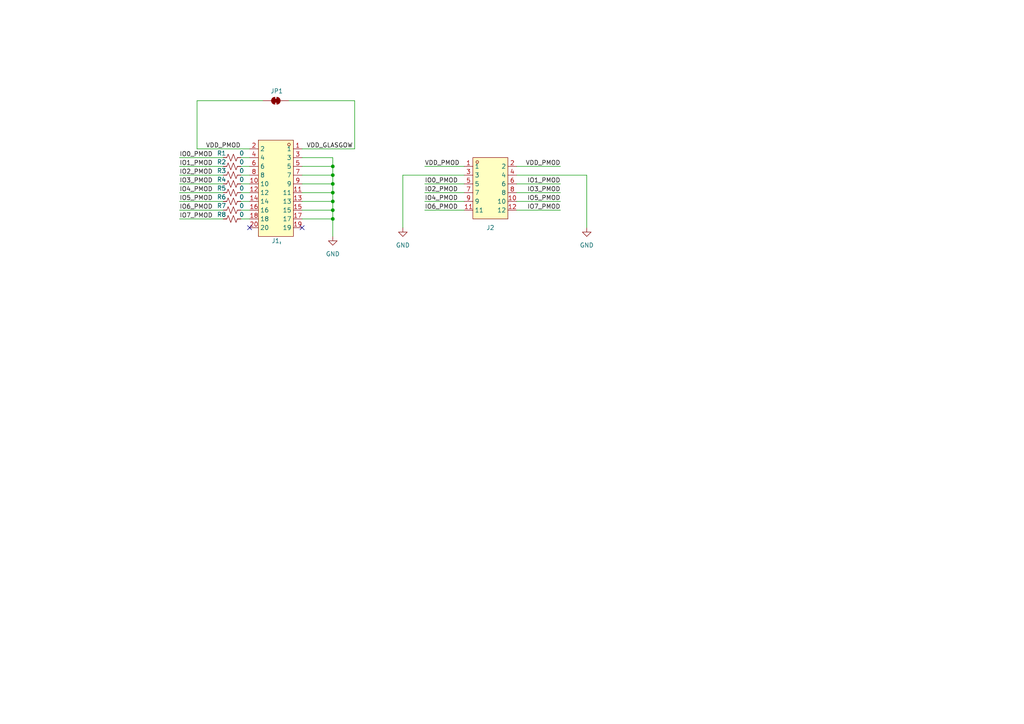
<source format=kicad_sch>
(kicad_sch (version 20231120) (generator "eeschema") (generator_version "8.0")
  (paper "A4")
  (lib_symbols
    (symbol "Device:R_Small_US" (pin_numbers hide) (pin_names (offset 0.254) hide)
      (property "Reference" "R" (at 0.762 0.508 0))
      (property "Value" "R_Small_US" (at 0.762 -1.016 0))
      (symbol "R_Small_US_1_1"
        (polyline (pts (xy 0 0) (xy 1.016 -0.381) (xy 0 -0.762) (xy -1.016 -1.143) (xy 0 -1.524)))
        (polyline (pts (xy 0 1.524) (xy 1.016 1.143) (xy 0 0.762) (xy -1.016 0.381) (xy 0 0)))
        (pin passive line (at 0 2.54 270) (length 1.016) (name "~") (number "1"))
        (pin passive line (at 0 -2.54 90) (length 1.016) (name "~") (number "2"))
      )
    )
    (symbol "Jumper:SolderJumper_2_Bridged" (pin_numbers hide) (pin_names (offset 0) hide) (exclude_from_sim yes) (in_bom no)
      (property "Reference" "JP" (at 0 2.032 0))
      (property "Value" "SolderJumper_2_Bridged" (at 0 -2.54 0))
      (symbol "SolderJumper_2_Bridged_0_1"
        (rectangle (start -0.508 0.508) (end 0.508 -0.508) (fill (type outline)))
        (arc (start -0.254 1.016) (mid -1.2656 0) (end -0.254 -1.016))
        (arc (start -0.254 1.016) (mid -1.2656 0) (end -0.254 -1.016) (fill (type outline)))
        (polyline (pts (xy -0.254 1.016) (xy -0.254 -1.016)))
        (polyline (pts (xy 0.254 1.016) (xy 0.254 -1.016)))
        (arc (start 0.254 -1.016) (mid 1.2656 0) (end 0.254 1.016))
        (arc (start 0.254 -1.016) (mid 1.2656 0) (end 0.254 1.016) (fill (type outline)))
      )
      (symbol "SolderJumper_2_Bridged_1_1"
        (pin passive line (at -3.81 0 0) (length 2.54) (name "A") (number "1"))
        (pin passive line (at 3.81 0 180) (length 2.54) (name "B") (number "2"))
      )
    )
    (symbol "glasgow-pmod:PM254-2-06-W-8.5"
      (property "Reference" "U" (at 0 11.43 0))
      (property "Value" "PM254-2-06-W-8.5" (at 0 -11.43 0))
      (symbol "PM254-2-06-W-8.5_0_1"
        (rectangle (start -5.08 8.89) (end 5.08 -8.89) (fill (type background)))
        (circle (center -3.81 7.62) (radius 0.38))
        (pin unspecified line (at -7.62 6.35 0) (length 2.54) (name "1") (number "1"))
        (pin unspecified line (at 7.62 -3.81 180) (length 2.54) (name "10") (number "10"))
        (pin unspecified line (at -7.62 -6.35 0) (length 2.54) (name "11") (number "11"))
        (pin unspecified line (at 7.62 -6.35 180) (length 2.54) (name "12") (number "12"))
        (pin unspecified line (at 7.62 6.35 180) (length 2.54) (name "2") (number "2"))
        (pin unspecified line (at -7.62 3.81 0) (length 2.54) (name "3") (number "3"))
        (pin unspecified line (at 7.62 3.81 180) (length 2.54) (name "4") (number "4"))
        (pin unspecified line (at -7.62 1.27 0) (length 2.54) (name "5") (number "5"))
        (pin unspecified line (at 7.62 1.27 180) (length 2.54) (name "6") (number "6"))
        (pin unspecified line (at -7.62 -1.27 0) (length 2.54) (name "7") (number "7"))
        (pin unspecified line (at 7.62 -1.27 180) (length 2.54) (name "8") (number "8"))
        (pin unspecified line (at -7.62 -3.81 0) (length 2.54) (name "9") (number "9"))
      )
    )
    (symbol "glasgow-pmod:PM254-2-10-Z-8.5"
      (property "Reference" "U" (at 0 16.51 0))
      (property "Value" "PM254-2-10-Z-8.5" (at 0 -16.51 0))
      (symbol "PM254-2-10-Z-8.5_0_1"
        (rectangle (start -5.08 13.97) (end 5.08 -13.97) (fill (type background)))
        (circle (center -3.81 12.7) (radius 0.38))
        (pin unspecified line (at -7.62 11.43 0) (length 2.54) (name "1") (number "1"))
        (pin unspecified line (at 7.62 1.27 180) (length 2.54) (name "10") (number "10"))
        (pin unspecified line (at -7.62 -1.27 0) (length 2.54) (name "11") (number "11"))
        (pin unspecified line (at 7.62 -1.27 180) (length 2.54) (name "12") (number "12"))
        (pin unspecified line (at -7.62 -3.81 0) (length 2.54) (name "13") (number "13"))
        (pin unspecified line (at 7.62 -3.81 180) (length 2.54) (name "14") (number "14"))
        (pin unspecified line (at -7.62 -6.35 0) (length 2.54) (name "15") (number "15"))
        (pin unspecified line (at 7.62 -6.35 180) (length 2.54) (name "16") (number "16"))
        (pin unspecified line (at -7.62 -8.89 0) (length 2.54) (name "17") (number "17"))
        (pin unspecified line (at 7.62 -8.89 180) (length 2.54) (name "18") (number "18"))
        (pin unspecified line (at -7.62 -11.43 0) (length 2.54) (name "19") (number "19"))
        (pin unspecified line (at 7.62 11.43 180) (length 2.54) (name "2") (number "2"))
        (pin unspecified line (at 7.62 -11.43 180) (length 2.54) (name "20") (number "20"))
        (pin unspecified line (at -7.62 8.89 0) (length 2.54) (name "3") (number "3"))
        (pin unspecified line (at 7.62 8.89 180) (length 2.54) (name "4") (number "4"))
        (pin unspecified line (at -7.62 6.35 0) (length 2.54) (name "5") (number "5"))
        (pin unspecified line (at 7.62 6.35 180) (length 2.54) (name "6") (number "6"))
        (pin unspecified line (at -7.62 3.81 0) (length 2.54) (name "7") (number "7"))
        (pin unspecified line (at 7.62 3.81 180) (length 2.54) (name "8") (number "8"))
        (pin unspecified line (at -7.62 1.27 0) (length 2.54) (name "9") (number "9"))
      )
    )
    (symbol "power:GND" (power) (pin_numbers hide) (pin_names (offset 0) hide)
      (property "Value" "GND" (at 0 -3.81 0))
      (symbol "GND_0_1"
        (polyline (pts (xy 0 0) (xy 0 -1.27) (xy 1.27 -1.27) (xy 0 -2.54) (xy -1.27 -1.27) (xy 0 -1.27)))
      )
      (symbol "GND_1_1"
        (pin power_in line (at 0 0 270) (length 0) (name "~") (number "1"))
      )
    )
  )
  (junction (at 96.52 55.88))
  (junction (at 96.52 48.26))
  (junction (at 96.52 60.96))
  (junction (at 96.52 63.5))
  (junction (at 96.52 53.34))
  (junction (at 96.52 50.8))
  (junction (at 96.52 58.42))
  (no_connect (at 87.63 66.04))
  (no_connect (at 72.39 66.04))
  (wire (pts (xy 52.07 45.72) (xy 64.77 45.72)))
  (wire (pts (xy 170.18 50.8) (xy 170.18 66.04)))
  (wire (pts (xy 69.85 63.5) (xy 72.39 63.5)))
  (wire (pts (xy 96.52 63.5) (xy 96.52 68.58)))
  (wire (pts (xy 69.85 53.34) (xy 72.39 53.34)))
  (wire (pts (xy 96.52 58.42) (xy 96.52 60.96)))
  (wire (pts (xy 96.52 58.42) (xy 87.63 58.42)))
  (wire (pts (xy 123.19 55.88) (xy 134.62 55.88)))
  (wire (pts (xy 96.52 60.96) (xy 96.52 63.5)))
  (wire (pts (xy 57.15 43.18) (xy 72.39 43.18)))
  (wire (pts (xy 149.86 58.42) (xy 162.56 58.42)))
  (wire (pts (xy 52.07 58.42) (xy 64.77 58.42)))
  (wire (pts (xy 96.52 45.72) (xy 87.63 45.72)))
  (wire (pts (xy 52.07 53.34) (xy 64.77 53.34)))
  (wire (pts (xy 149.86 48.26) (xy 162.56 48.26)))
  (wire (pts (xy 96.52 48.26) (xy 87.63 48.26)))
  (wire (pts (xy 149.86 50.8) (xy 170.18 50.8)))
  (wire (pts (xy 69.85 50.8) (xy 72.39 50.8)))
  (wire (pts (xy 149.86 53.34) (xy 162.56 53.34)))
  (wire (pts (xy 123.19 53.34) (xy 134.62 53.34)))
  (wire (pts (xy 52.07 50.8) (xy 64.77 50.8)))
  (wire (pts (xy 123.19 48.26) (xy 134.62 48.26)))
  (wire (pts (xy 52.07 63.5) (xy 64.77 63.5)))
  (wire (pts (xy 96.52 50.8) (xy 96.52 53.34)))
  (wire (pts (xy 96.52 50.8) (xy 87.63 50.8)))
  (wire (pts (xy 149.86 60.96) (xy 162.56 60.96)))
  (wire (pts (xy 52.07 60.96) (xy 64.77 60.96)))
  (wire (pts (xy 69.85 48.26) (xy 72.39 48.26)))
  (wire (pts (xy 116.84 50.8) (xy 116.84 66.04)))
  (wire (pts (xy 69.85 58.42) (xy 72.39 58.42)))
  (wire (pts (xy 52.07 48.26) (xy 64.77 48.26)))
  (wire (pts (xy 96.52 55.88) (xy 96.52 58.42)))
  (wire (pts (xy 96.52 60.96) (xy 87.63 60.96)))
  (wire (pts (xy 69.85 45.72) (xy 72.39 45.72)))
  (wire (pts (xy 76.2 29.21) (xy 57.15 29.21)))
  (wire (pts (xy 123.19 58.42) (xy 134.62 58.42)))
  (wire (pts (xy 69.85 55.88) (xy 72.39 55.88)))
  (wire (pts (xy 149.86 55.88) (xy 162.56 55.88)))
  (wire (pts (xy 116.84 50.8) (xy 134.62 50.8)))
  (wire (pts (xy 69.85 60.96) (xy 72.39 60.96)))
  (wire (pts (xy 83.82 29.21) (xy 102.87 29.21)))
  (wire (pts (xy 102.87 29.21) (xy 102.87 43.18)))
  (wire (pts (xy 87.63 43.18) (xy 102.87 43.18)))
  (wire (pts (xy 123.19 60.96) (xy 134.62 60.96)))
  (wire (pts (xy 52.07 55.88) (xy 64.77 55.88)))
  (wire (pts (xy 96.52 55.88) (xy 87.63 55.88)))
  (wire (pts (xy 96.52 45.72) (xy 96.52 48.26)))
  (wire (pts (xy 96.52 53.34) (xy 87.63 53.34)))
  (wire (pts (xy 57.15 29.21) (xy 57.15 43.18)))
  (wire (pts (xy 96.52 63.5) (xy 87.63 63.5)))
  (wire (pts (xy 96.52 53.34) (xy 96.52 55.88)))
  (wire (pts (xy 96.52 48.26) (xy 96.52 50.8)))
  (label "IO6_PMOD" (at 52.07 60.96 0))
  (label "IO3_PMOD" (at 162.56 55.88 180))
  (label "IO5_PMOD" (at 52.07 58.42 0))
  (label "VDD_PMOD" (at 123.19 48.26 0))
  (label "VDD_PMOD" (at 162.56 48.26 180))
  (label "IO4_PMOD" (at 123.19 58.42 0))
  (label "IO7_PMOD" (at 52.07 63.5 0))
  (label "IO0_PMOD" (at 52.07 45.72 0))
  (label "IO1_PMOD" (at 162.56 53.34 180))
  (label "IO1_PMOD" (at 52.07 48.26 0))
  (label "IO2_PMOD" (at 52.07 50.8 0))
  (label "IO7_PMOD" (at 162.56 60.96 180))
  (label "IO3_PMOD" (at 52.07 53.34 0))
  (label "VDD_GLASGOW" (at 88.9 43.18 0))
  (label "IO5_PMOD" (at 162.56 58.42 180))
  (label "IO4_PMOD" (at 52.07 55.88 0))
  (label "IO6_PMOD" (at 123.19 60.96 0))
  (label "IO2_PMOD" (at 123.19 55.88 0))
  (label "IO0_PMOD" (at 123.19 53.34 0))
  (label "VDD_PMOD" (at 59.69 43.18 0))
  (symbol (lib_id "Device:R_Small_US") (at 67.31 53.34 90) (unit 1)
    (property "Reference" "R4" (at 64.262 52.07 90))
    (property "Value" "0" (at 70.104 52.07 90))
    (property "Footprint" "Resistor_SMD:R_0603_1608Metric" (effects (hide yes)))
    (property "Description" "Resistor, small US symbol" (effects (hide yes)))
    (property "LCSC" "C21189" (effects (hide yes)))
  )
  (symbol (lib_id "Jumper:SolderJumper_2_Bridged") (at 80.01 29.21 0) (unit 1) (exclude_from_sim yes) (in_bom no)
    (property "Reference" "JP1" (at 80.264 26.416 0))
    (property "Value" "SolderJumper_2_Bridged" (effects (hide yes)))
    (property "Footprint" "Jumper:SolderJumper-2_P1.3mm_Bridged_RoundedPad1.0x1.5mm" (effects (hide yes)))
    (property "Description" "Solder Jumper, 2-pole, closed/bridged" (effects (hide yes)))
  )
  (symbol (lib_id "Device:R_Small_US") (at 67.31 58.42 90) (unit 1)
    (property "Reference" "R6" (at 64.262 57.15 90))
    (property "Value" "0" (at 70.104 57.15 90))
    (property "Footprint" "Resistor_SMD:R_0603_1608Metric" (effects (hide yes)))
    (property "Description" "Resistor, small US symbol" (effects (hide yes)))
    (property "LCSC" "C21189" (effects (hide yes)))
  )
  (symbol (lib_id "Device:R_Small_US") (at 67.31 48.26 90) (unit 1)
    (property "Reference" "R2" (at 64.262 46.99 90))
    (property "Value" "0" (at 70.104 46.99 90))
    (property "Footprint" "Resistor_SMD:R_0603_1608Metric" (effects (hide yes)))
    (property "Description" "Resistor, small US symbol" (effects (hide yes)))
    (property "LCSC" "C21189" (effects (hide yes)))
  )
  (symbol (lib_id "Device:R_Small_US") (at 67.31 63.5 90) (unit 1)
    (property "Reference" "R8" (at 64.262 62.23 90))
    (property "Value" "0" (at 70.104 62.23 90))
    (property "Footprint" "Resistor_SMD:R_0603_1608Metric" (effects (hide yes)))
    (property "Description" "Resistor, small US symbol" (effects (hide yes)))
    (property "LCSC" "C21189" (effects (hide yes)))
  )
  (symbol (lib_id "Device:R_Small_US") (at 67.31 45.72 90) (unit 1)
    (property "Reference" "R1" (at 64.262 44.45 90))
    (property "Value" "0" (at 70.104 44.45 90))
    (property "Footprint" "Resistor_SMD:R_0603_1608Metric" (effects (hide yes)))
    (property "Description" "Resistor, small US symbol" (effects (hide yes)))
    (property "LCSC" "C21189" (effects (hide yes)))
  )
  (symbol (lib_id "power:GND") (at 116.84 66.04 0) (unit 1)
    (property "Reference" "#PWR02" (effects (hide yes)))
    (property "Value" "GND" (at 116.84 71.12 0))
    (property "Description" "Power symbol creates a global label with name \"GND\" , ground" (effects (hide yes)))
  )
  (symbol (lib_id "Device:R_Small_US") (at 67.31 55.88 90) (unit 1)
    (property "Reference" "R5" (at 64.262 54.61 90))
    (property "Value" "0" (at 70.104 54.61 90))
    (property "Footprint" "Resistor_SMD:R_0603_1608Metric" (effects (hide yes)))
    (property "Description" "Resistor, small US symbol" (effects (hide yes)))
    (property "LCSC" "C21189" (effects (hide yes)))
  )
  (symbol (lib_id "glasgow-pmod:PM254-2-10-Z-8.5") (at 80.01 54.61 0) (mirror y) (unit 1)
    (property "Reference" "J1" (at 78.7399 69.85 0) (effects (justify right)))
    (property "Value" "~" (at 81.2799 69.85 90) (effects (justify right)))
    (property "Footprint" "glasgow-pmod:HDR-TH_20P-P2.54-V-F-R2-C10-S2.54" (effects (hide yes)))
    (property "Description" "Generic connector, double row, 02x10, counter clockwise pin numbering scheme (similar to DIP package numbering), script generated (kicad-library-utils/schlib/autogen/connector/)" (effects (hide yes)))
    (property "LCSC Part" "C2897411" (effects (hide yes)))
    (property "LCSC" "C2897411" (effects (hide yes)))
  )
  (symbol (lib_id "power:GND") (at 96.52 68.58 0) (unit 1)
    (property "Reference" "#PWR01" (effects (hide yes)))
    (property "Value" "GND" (at 96.52 73.66 0))
    (property "Description" "Power symbol creates a global label with name \"GND\" , ground" (effects (hide yes)))
  )
  (symbol (lib_id "power:GND") (at 170.18 66.04 0) (unit 1)
    (property "Reference" "#PWR03" (effects (hide yes)))
    (property "Value" "GND" (at 170.18 71.12 0))
    (property "Description" "Power symbol creates a global label with name \"GND\" , ground" (effects (hide yes)))
  )
  (symbol (lib_id "glasgow-pmod:PM254-2-06-W-8.5") (at 142.24 54.61 0) (unit 1)
    (property "Reference" "J2" (at 142.24 66.04 0))
    (property "Value" "PM254-2-06-W-8.5" (effects (hide yes)))
    (property "Footprint" "glasgow-pmod:HDR-TH_12P-P2.54-H-F-R2-C6-W8.5" (effects (hide yes)))
    (property "LCSC Part" "C2897426" (effects (hide yes)))
    (property "LCSC" "C2897426" (effects (hide yes)))
  )
  (symbol (lib_id "Device:R_Small_US") (at 67.31 60.96 90) (unit 1)
    (property "Reference" "R7" (at 64.262 59.69 90))
    (property "Value" "0" (at 70.104 59.69 90))
    (property "Footprint" "Resistor_SMD:R_0603_1608Metric" (effects (hide yes)))
    (property "Description" "Resistor, small US symbol" (effects (hide yes)))
    (property "LCSC" "C21189" (effects (hide yes)))
  )
  (symbol (lib_id "Device:R_Small_US") (at 67.31 50.8 90) (unit 1)
    (property "Reference" "R3" (at 64.262 49.53 90))
    (property "Value" "0" (at 70.104 49.53 90))
    (property "Footprint" "Resistor_SMD:R_0603_1608Metric" (effects (hide yes)))
    (property "Description" "Resistor, small US symbol" (effects (hide yes)))
    (property "LCSC" "C21189" (effects (hide yes)))
  )
)
</source>
